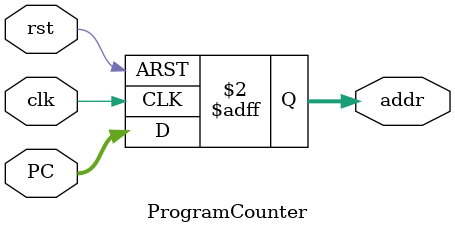
<source format=sv>
module ProgramCounter (
	input  logic clk, rst,
	input  logic [31:0] PC,
	output logic [31:0] addr
);

always_ff @(posedge clk or posedge rst) begin
	if (rst) addr <= 32'd0;
	else addr <= PC;
end
endmodule

</source>
